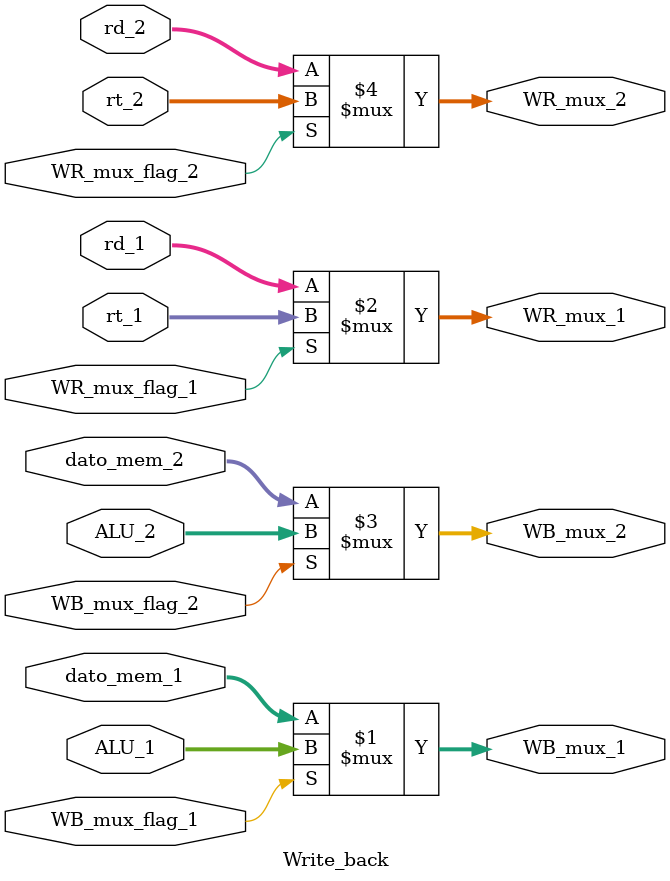
<source format=v>
`timescale 1ns / 1ps


module Write_back(

 input [31:0] dato_mem_1,
    input [4:0] rd_1,
    input [4:0] rt_1,
    input [31:0] ALU_1,
    input WB_mux_flag_1,
    input WR_mux_flag_1,
    output wire [31:0] WB_mux_1,
    output wire [4:0] WR_mux_1,
///////////////////////////////////////////
    input [31:0] dato_mem_2,
    input [4:0] rd_2,
    input [4:0] rt_2,
    input [31:0] ALU_2,
    input WB_mux_flag_2,
    input WR_mux_flag_2,
    output wire [31:0] WB_mux_2,
    output wire [4:0] WR_mux_2
    );



    assign WB_mux_1 = WB_mux_flag_1 ? ALU_1 : dato_mem_1;
    assign WR_mux_1 = WR_mux_flag_1 ? rt_1 : rd_1;

/////////////////////////////////////////////////////////////////

    assign WB_mux_2 = WB_mux_flag_2 ? ALU_2 : dato_mem_2;
    assign WR_mux_2 = WR_mux_flag_2 ? rt_2 : rd_2;

endmodule
</source>
